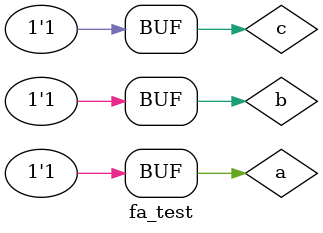
<source format=v>
`timescale 1ns / 1ps

module fa_test;
reg a,b,c;
wire sum,carry;
fa uut (a,b,c,sum,carry);
initial begin
#10 a=1'b1;b=1'b1;c=1'b1;
#10 a=1'b1;b=1'b1;c=1'b1;
end
endmodule

</source>
